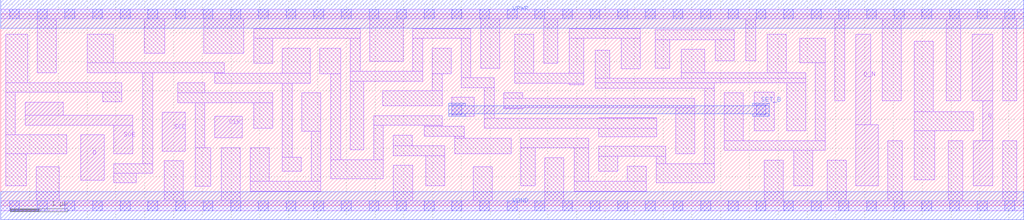
<source format=lef>
# Copyright 2020 The SkyWater PDK Authors
#
# Licensed under the Apache License, Version 2.0 (the "License");
# you may not use this file except in compliance with the License.
# You may obtain a copy of the License at
#
#     https://www.apache.org/licenses/LICENSE-2.0
#
# Unless required by applicable law or agreed to in writing, software
# distributed under the License is distributed on an "AS IS" BASIS,
# WITHOUT WARRANTIES OR CONDITIONS OF ANY KIND, either express or implied.
# See the License for the specific language governing permissions and
# limitations under the License.
#
# SPDX-License-Identifier: Apache-2.0

VERSION 5.7 ;
  NOWIREEXTENSIONATPIN ON ;
  DIVIDERCHAR "/" ;
  BUSBITCHARS "[]" ;
UNITS
  DATABASE MICRONS 200 ;
END UNITS
MACRO sky130_fd_sc_hs__sdfsbp_2
  CLASS CORE ;
  FOREIGN sky130_fd_sc_hs__sdfsbp_2 ;
  ORIGIN  0.000000  0.000000 ;
  SIZE  17.76000 BY  3.330000 ;
  SYMMETRY X Y ;
  SITE unit ;
  PIN D
    ANTENNAGATEAREA  0.159000 ;
    DIRECTION INPUT ;
    USE SIGNAL ;
    PORT
      LAYER li1 ;
        RECT 1.385000 0.440000 1.795000 1.230000 ;
    END
  END D
  PIN Q
    ANTENNADIFFAREA  0.543200 ;
    DIRECTION OUTPUT ;
    USE SIGNAL ;
    PORT
      LAYER li1 ;
        RECT 16.865000 1.820000 17.225000 2.980000 ;
        RECT 16.885000 0.350000 17.225000 1.130000 ;
        RECT 17.055000 1.130000 17.225000 1.820000 ;
    END
  END Q
  PIN Q_N
    ANTENNADIFFAREA  0.558000 ;
    DIRECTION OUTPUT ;
    USE SIGNAL ;
    PORT
      LAYER li1 ;
        RECT 14.850000 0.350000 15.235000 1.410000 ;
        RECT 14.850000 1.410000 15.105000 2.980000 ;
    END
  END Q_N
  PIN SCD
    ANTENNAGATEAREA  0.159000 ;
    DIRECTION INPUT ;
    USE SIGNAL ;
    PORT
      LAYER li1 ;
        RECT 2.805000 0.950000 3.205000 1.620000 ;
    END
  END SCD
  PIN SCE
    ANTENNAGATEAREA  0.318000 ;
    DIRECTION INPUT ;
    USE SIGNAL ;
    PORT
      LAYER li1 ;
        RECT 0.425000 1.400000 2.295000 1.570000 ;
        RECT 0.425000 1.570000 1.085000 1.800000 ;
        RECT 1.965000 0.900000 2.295000 1.400000 ;
    END
  END SCE
  PIN SET_B
    ANTENNAGATEAREA  0.252000 ;
    DIRECTION INPUT ;
    USE SIGNAL ;
    PORT
      LAYER met1 ;
        RECT  7.775000 1.550000  8.065000 1.595000 ;
        RECT  7.775000 1.595000 13.345000 1.735000 ;
        RECT  7.775000 1.735000  8.065000 1.780000 ;
        RECT 13.055000 1.550000 13.345000 1.595000 ;
        RECT 13.055000 1.735000 13.345000 1.780000 ;
    END
  END SET_B
  PIN CLK
    ANTENNAGATEAREA  0.279000 ;
    DIRECTION INPUT ;
    USE CLOCK ;
    PORT
      LAYER li1 ;
        RECT 3.715000 1.180000 4.195000 1.550000 ;
    END
  END CLK
  PIN VGND
    DIRECTION INOUT ;
    USE GROUND ;
    PORT
      LAYER met1 ;
        RECT 0.000000 -0.245000 17.760000 0.245000 ;
    END
  END VGND
  PIN VPWR
    DIRECTION INOUT ;
    USE POWER ;
    PORT
      LAYER met1 ;
        RECT 0.000000 3.085000 17.760000 3.575000 ;
    END
  END VPWR
  OBS
    LAYER li1 ;
      RECT  0.000000 -0.085000 17.760000 0.085000 ;
      RECT  0.000000  3.245000 17.760000 3.415000 ;
      RECT  0.085000  0.350000  0.445000 0.900000 ;
      RECT  0.085000  0.900000  1.145000 1.230000 ;
      RECT  0.085000  1.230000  0.255000 1.970000 ;
      RECT  0.085000  1.970000  2.105000 2.140000 ;
      RECT  0.085000  2.140000  0.465000 2.980000 ;
      RECT  0.615000  0.085000  1.020000 0.680000 ;
      RECT  0.635000  2.310000  0.965000 3.245000 ;
      RECT  1.505000  2.310000  3.885000 2.480000 ;
      RECT  1.505000  2.480000  1.955000 2.980000 ;
      RECT  1.775000  1.810000  2.105000 1.970000 ;
      RECT  1.965000  0.400000  2.350000 0.560000 ;
      RECT  1.965000  0.560000  2.635000 0.730000 ;
      RECT  2.465000  0.730000  2.635000 2.310000 ;
      RECT  2.495000  2.650000  2.845000 3.245000 ;
      RECT  2.840000  0.085000  3.170000 0.780000 ;
      RECT  3.075000  1.790000  4.720000 1.960000 ;
      RECT  3.075000  1.960000  3.545000 2.140000 ;
      RECT  3.375000  0.340000  3.650000 1.010000 ;
      RECT  3.375000  1.010000  3.545000 1.790000 ;
      RECT  3.525000  2.650000  4.220000 3.245000 ;
      RECT  3.715000  2.130000  5.370000 2.300000 ;
      RECT  3.715000  2.300000  3.885000 2.310000 ;
      RECT  3.830000  0.085000  4.160000 1.010000 ;
      RECT  4.330000  0.255000  5.560000 0.425000 ;
      RECT  4.330000  0.425000  4.660000 1.010000 ;
      RECT  4.390000  1.350000  4.720000 1.790000 ;
      RECT  4.390000  2.470000  4.720000 2.905000 ;
      RECT  4.390000  2.905000  6.240000 3.075000 ;
      RECT  4.890000  0.595000  5.220000 0.845000 ;
      RECT  4.890000  0.845000  5.060000 2.130000 ;
      RECT  4.890000  2.300000  5.370000 2.735000 ;
      RECT  5.230000  1.290000  5.560000 1.960000 ;
      RECT  5.390000  0.425000  5.560000 1.290000 ;
      RECT  5.540000  2.295000  5.900000 2.735000 ;
      RECT  5.730000  0.470000  6.645000 0.800000 ;
      RECT  5.730000  0.800000  5.900000 2.295000 ;
      RECT  6.070000  0.970000  6.305000 2.165000 ;
      RECT  6.070000  2.165000  7.325000 2.335000 ;
      RECT  6.070000  2.335000  6.240000 2.905000 ;
      RECT  6.410000  2.505000  6.985000 3.245000 ;
      RECT  6.475000  0.800000  6.645000 1.395000 ;
      RECT  6.475000  1.395000  7.665000 1.565000 ;
      RECT  6.635000  1.735000  7.665000 1.995000 ;
      RECT  6.815000  0.085000  7.150000 0.700000 ;
      RECT  6.815000  0.870000  7.710000 1.040000 ;
      RECT  6.815000  1.040000  7.145000 1.225000 ;
      RECT  7.155000  2.335000  7.325000 2.905000 ;
      RECT  7.155000  2.905000  8.165000 3.075000 ;
      RECT  7.355000  1.210000  8.050000 1.380000 ;
      RECT  7.355000  1.380000  7.665000 1.395000 ;
      RECT  7.380000  0.350000  7.710000 0.870000 ;
      RECT  7.495000  1.995000  7.665000 2.295000 ;
      RECT  7.495000  2.295000  7.825000 2.735000 ;
      RECT  7.835000  1.550000  8.225000 1.880000 ;
      RECT  7.880000  0.900000  8.860000 1.175000 ;
      RECT  7.880000  1.175000  8.050000 1.210000 ;
      RECT  7.995000  2.050000  8.565000 2.220000 ;
      RECT  7.995000  2.220000  8.165000 2.905000 ;
      RECT  8.200000  0.085000  8.530000 0.680000 ;
      RECT  8.335000  2.390000  8.665000 3.245000 ;
      RECT  8.395000  1.345000 11.390000 1.515000 ;
      RECT  8.395000  1.515000  8.565000 2.050000 ;
      RECT  8.735000  1.685000  9.065000 1.700000 ;
      RECT  8.735000  1.700000 12.050000 1.870000 ;
      RECT  8.735000  1.870000  9.065000 1.960000 ;
      RECT  8.925000  2.130000 10.125000 2.300000 ;
      RECT  8.925000  2.300000  9.255000 2.980000 ;
      RECT  9.030000  0.350000  9.280000 1.005000 ;
      RECT  9.030000  1.005000 10.210000 1.175000 ;
      RECT  9.425000  2.470000  9.675000 3.245000 ;
      RECT  9.450000  0.085000  9.780000 0.835000 ;
      RECT  9.875000  2.100000 10.125000 2.130000 ;
      RECT  9.875000  2.300000 10.125000 2.905000 ;
      RECT  9.875000  2.905000 11.105000 3.075000 ;
      RECT  9.960000  0.255000 11.210000 0.425000 ;
      RECT  9.960000  0.425000 10.210000 1.005000 ;
      RECT 10.325000  2.040000 12.390000 2.140000 ;
      RECT 10.325000  2.140000 13.975000 2.210000 ;
      RECT 10.325000  2.210000 10.575000 2.700000 ;
      RECT 10.380000  0.595000 10.710000 0.860000 ;
      RECT 10.380000  0.860000 11.550000 1.030000 ;
      RECT 10.380000  1.200000 11.390000 1.345000 ;
      RECT 10.380000  1.515000 11.390000 1.530000 ;
      RECT 10.775000  2.380000 11.105000 2.905000 ;
      RECT 10.880000  0.425000 11.210000 0.690000 ;
      RECT 11.365000  2.385000 11.620000 2.885000 ;
      RECT 11.365000  2.885000 12.740000 3.055000 ;
      RECT 11.380000  0.400000 12.390000 0.730000 ;
      RECT 11.380000  0.730000 11.550000 0.860000 ;
      RECT 11.720000  0.900000 12.050000 1.700000 ;
      RECT 11.820000  2.210000 13.975000 2.310000 ;
      RECT 11.820000  2.310000 12.220000 2.715000 ;
      RECT 12.220000  0.730000 12.390000 2.040000 ;
      RECT 12.410000  2.520000 12.740000 2.885000 ;
      RECT 12.565000  0.960000 14.315000 1.130000 ;
      RECT 12.565000  1.130000 12.895000 1.960000 ;
      RECT 12.940000  2.520000 13.110000 3.245000 ;
      RECT 13.085000  1.300000 13.435000 1.970000 ;
      RECT 13.260000  0.085000 13.590000 0.790000 ;
      RECT 13.310000  2.310000 13.640000 2.980000 ;
      RECT 13.645000  1.300000 13.975000 2.140000 ;
      RECT 13.770000  0.350000 14.100000 0.960000 ;
      RECT 13.870000  2.480000 14.315000 2.910000 ;
      RECT 14.145000  1.130000 14.315000 2.480000 ;
      RECT 14.350000  0.085000 14.680000 0.790000 ;
      RECT 14.485000  1.820000 14.655000 3.245000 ;
      RECT 15.305000  1.820000 15.635000 3.245000 ;
      RECT 15.405000  0.085000 15.655000 1.130000 ;
      RECT 15.865000  0.450000 16.220000 1.300000 ;
      RECT 15.865000  1.300000 16.885000 1.630000 ;
      RECT 15.865000  1.630000 16.195000 2.860000 ;
      RECT 16.415000  1.820000 16.665000 3.245000 ;
      RECT 16.455000  0.085000 16.705000 1.130000 ;
      RECT 17.395000  0.085000 17.645000 1.130000 ;
      RECT 17.395000  1.820000 17.645000 3.245000 ;
    LAYER mcon ;
      RECT  0.155000 -0.085000  0.325000 0.085000 ;
      RECT  0.155000  3.245000  0.325000 3.415000 ;
      RECT  0.635000 -0.085000  0.805000 0.085000 ;
      RECT  0.635000  3.245000  0.805000 3.415000 ;
      RECT  1.115000 -0.085000  1.285000 0.085000 ;
      RECT  1.115000  3.245000  1.285000 3.415000 ;
      RECT  1.595000 -0.085000  1.765000 0.085000 ;
      RECT  1.595000  3.245000  1.765000 3.415000 ;
      RECT  2.075000 -0.085000  2.245000 0.085000 ;
      RECT  2.075000  3.245000  2.245000 3.415000 ;
      RECT  2.555000 -0.085000  2.725000 0.085000 ;
      RECT  2.555000  3.245000  2.725000 3.415000 ;
      RECT  3.035000 -0.085000  3.205000 0.085000 ;
      RECT  3.035000  3.245000  3.205000 3.415000 ;
      RECT  3.515000 -0.085000  3.685000 0.085000 ;
      RECT  3.515000  3.245000  3.685000 3.415000 ;
      RECT  3.995000 -0.085000  4.165000 0.085000 ;
      RECT  3.995000  3.245000  4.165000 3.415000 ;
      RECT  4.475000 -0.085000  4.645000 0.085000 ;
      RECT  4.475000  3.245000  4.645000 3.415000 ;
      RECT  4.955000 -0.085000  5.125000 0.085000 ;
      RECT  4.955000  3.245000  5.125000 3.415000 ;
      RECT  5.435000 -0.085000  5.605000 0.085000 ;
      RECT  5.435000  3.245000  5.605000 3.415000 ;
      RECT  5.915000 -0.085000  6.085000 0.085000 ;
      RECT  5.915000  3.245000  6.085000 3.415000 ;
      RECT  6.395000 -0.085000  6.565000 0.085000 ;
      RECT  6.395000  3.245000  6.565000 3.415000 ;
      RECT  6.875000 -0.085000  7.045000 0.085000 ;
      RECT  6.875000  3.245000  7.045000 3.415000 ;
      RECT  7.355000 -0.085000  7.525000 0.085000 ;
      RECT  7.355000  3.245000  7.525000 3.415000 ;
      RECT  7.835000 -0.085000  8.005000 0.085000 ;
      RECT  7.835000  1.580000  8.005000 1.750000 ;
      RECT  7.835000  3.245000  8.005000 3.415000 ;
      RECT  8.315000 -0.085000  8.485000 0.085000 ;
      RECT  8.315000  3.245000  8.485000 3.415000 ;
      RECT  8.795000 -0.085000  8.965000 0.085000 ;
      RECT  8.795000  3.245000  8.965000 3.415000 ;
      RECT  9.275000 -0.085000  9.445000 0.085000 ;
      RECT  9.275000  3.245000  9.445000 3.415000 ;
      RECT  9.755000 -0.085000  9.925000 0.085000 ;
      RECT  9.755000  3.245000  9.925000 3.415000 ;
      RECT 10.235000 -0.085000 10.405000 0.085000 ;
      RECT 10.235000  3.245000 10.405000 3.415000 ;
      RECT 10.715000 -0.085000 10.885000 0.085000 ;
      RECT 10.715000  3.245000 10.885000 3.415000 ;
      RECT 11.195000 -0.085000 11.365000 0.085000 ;
      RECT 11.195000  3.245000 11.365000 3.415000 ;
      RECT 11.675000 -0.085000 11.845000 0.085000 ;
      RECT 11.675000  3.245000 11.845000 3.415000 ;
      RECT 12.155000 -0.085000 12.325000 0.085000 ;
      RECT 12.155000  3.245000 12.325000 3.415000 ;
      RECT 12.635000 -0.085000 12.805000 0.085000 ;
      RECT 12.635000  3.245000 12.805000 3.415000 ;
      RECT 13.115000 -0.085000 13.285000 0.085000 ;
      RECT 13.115000  1.580000 13.285000 1.750000 ;
      RECT 13.115000  3.245000 13.285000 3.415000 ;
      RECT 13.595000 -0.085000 13.765000 0.085000 ;
      RECT 13.595000  3.245000 13.765000 3.415000 ;
      RECT 14.075000 -0.085000 14.245000 0.085000 ;
      RECT 14.075000  3.245000 14.245000 3.415000 ;
      RECT 14.555000 -0.085000 14.725000 0.085000 ;
      RECT 14.555000  3.245000 14.725000 3.415000 ;
      RECT 15.035000 -0.085000 15.205000 0.085000 ;
      RECT 15.035000  3.245000 15.205000 3.415000 ;
      RECT 15.515000 -0.085000 15.685000 0.085000 ;
      RECT 15.515000  3.245000 15.685000 3.415000 ;
      RECT 15.995000 -0.085000 16.165000 0.085000 ;
      RECT 15.995000  3.245000 16.165000 3.415000 ;
      RECT 16.475000 -0.085000 16.645000 0.085000 ;
      RECT 16.475000  3.245000 16.645000 3.415000 ;
      RECT 16.955000 -0.085000 17.125000 0.085000 ;
      RECT 16.955000  3.245000 17.125000 3.415000 ;
      RECT 17.435000 -0.085000 17.605000 0.085000 ;
      RECT 17.435000  3.245000 17.605000 3.415000 ;
  END
END sky130_fd_sc_hs__sdfsbp_2
END LIBRARY

</source>
